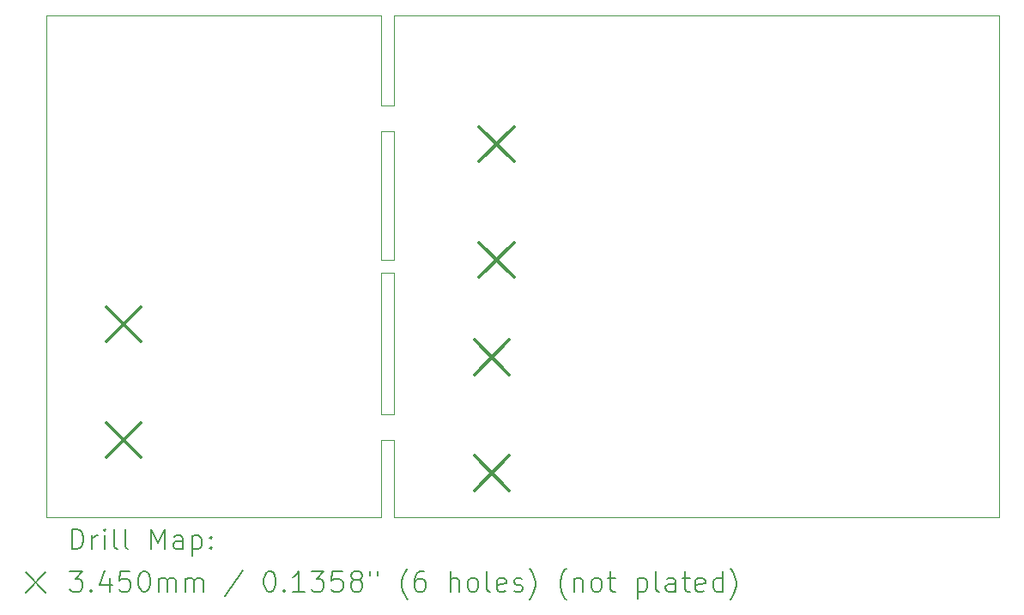
<source format=gbr>
%TF.GenerationSoftware,KiCad,Pcbnew,(6.0.8-1)-1*%
%TF.CreationDate,2023-05-11T15:02:47-07:00*%
%TF.ProjectId,rainus2.0,7261696e-7573-4322-9e30-2e6b69636164,rev?*%
%TF.SameCoordinates,Original*%
%TF.FileFunction,Drillmap*%
%TF.FilePolarity,Positive*%
%FSLAX45Y45*%
G04 Gerber Fmt 4.5, Leading zero omitted, Abs format (unit mm)*
G04 Created by KiCad (PCBNEW (6.0.8-1)-1) date 2023-05-11 15:02:47*
%MOMM*%
%LPD*%
G01*
G04 APERTURE LIST*
%ADD10C,0.100000*%
%ADD11C,0.200000*%
%ADD12C,0.345000*%
G04 APERTURE END LIST*
D10*
X12319000Y-7112000D02*
X12446000Y-7112000D01*
X12446000Y-6223000D01*
X18415000Y-6223000D01*
X18415000Y-11176000D01*
X12446000Y-11176000D01*
X12446000Y-10414000D01*
X12319000Y-10414000D01*
X12319000Y-11176000D01*
X9017000Y-11176000D01*
X9017000Y-6223000D01*
X12319000Y-6223000D01*
X12319000Y-7112000D01*
X12319000Y-8763000D02*
X12446000Y-8763000D01*
X12446000Y-8763000D02*
X12446000Y-10160000D01*
X12446000Y-10160000D02*
X12319000Y-10160000D01*
X12319000Y-10160000D02*
X12319000Y-8763000D01*
X12319000Y-7366000D02*
X12446000Y-7366000D01*
X12446000Y-7366000D02*
X12446000Y-8636000D01*
X12446000Y-8636000D02*
X12319000Y-8636000D01*
X12319000Y-8636000D02*
X12319000Y-7366000D01*
D11*
D12*
X9607375Y-9098500D02*
X9952375Y-9443500D01*
X9952375Y-9098500D02*
X9607375Y-9443500D01*
X9607375Y-10241500D02*
X9952375Y-10586500D01*
X9952375Y-10241500D02*
X9607375Y-10586500D01*
X13239500Y-9427750D02*
X13584500Y-9772750D01*
X13584500Y-9427750D02*
X13239500Y-9772750D01*
X13239500Y-10570750D02*
X13584500Y-10915750D01*
X13584500Y-10570750D02*
X13239500Y-10915750D01*
X13289500Y-7320500D02*
X13634500Y-7665500D01*
X13634500Y-7320500D02*
X13289500Y-7665500D01*
X13289500Y-8463500D02*
X13634500Y-8808500D01*
X13634500Y-8463500D02*
X13289500Y-8808500D01*
D11*
X9269619Y-11491476D02*
X9269619Y-11291476D01*
X9317238Y-11291476D01*
X9345810Y-11301000D01*
X9364857Y-11320048D01*
X9374381Y-11339095D01*
X9383905Y-11377190D01*
X9383905Y-11405762D01*
X9374381Y-11443857D01*
X9364857Y-11462905D01*
X9345810Y-11481952D01*
X9317238Y-11491476D01*
X9269619Y-11491476D01*
X9469619Y-11491476D02*
X9469619Y-11358143D01*
X9469619Y-11396238D02*
X9479143Y-11377190D01*
X9488667Y-11367667D01*
X9507714Y-11358143D01*
X9526762Y-11358143D01*
X9593429Y-11491476D02*
X9593429Y-11358143D01*
X9593429Y-11291476D02*
X9583905Y-11301000D01*
X9593429Y-11310524D01*
X9602952Y-11301000D01*
X9593429Y-11291476D01*
X9593429Y-11310524D01*
X9717238Y-11491476D02*
X9698190Y-11481952D01*
X9688667Y-11462905D01*
X9688667Y-11291476D01*
X9822000Y-11491476D02*
X9802952Y-11481952D01*
X9793429Y-11462905D01*
X9793429Y-11291476D01*
X10050571Y-11491476D02*
X10050571Y-11291476D01*
X10117238Y-11434333D01*
X10183905Y-11291476D01*
X10183905Y-11491476D01*
X10364857Y-11491476D02*
X10364857Y-11386714D01*
X10355333Y-11367667D01*
X10336286Y-11358143D01*
X10298190Y-11358143D01*
X10279143Y-11367667D01*
X10364857Y-11481952D02*
X10345810Y-11491476D01*
X10298190Y-11491476D01*
X10279143Y-11481952D01*
X10269619Y-11462905D01*
X10269619Y-11443857D01*
X10279143Y-11424809D01*
X10298190Y-11415286D01*
X10345810Y-11415286D01*
X10364857Y-11405762D01*
X10460095Y-11358143D02*
X10460095Y-11558143D01*
X10460095Y-11367667D02*
X10479143Y-11358143D01*
X10517238Y-11358143D01*
X10536286Y-11367667D01*
X10545810Y-11377190D01*
X10555333Y-11396238D01*
X10555333Y-11453381D01*
X10545810Y-11472428D01*
X10536286Y-11481952D01*
X10517238Y-11491476D01*
X10479143Y-11491476D01*
X10460095Y-11481952D01*
X10641048Y-11472428D02*
X10650571Y-11481952D01*
X10641048Y-11491476D01*
X10631524Y-11481952D01*
X10641048Y-11472428D01*
X10641048Y-11491476D01*
X10641048Y-11367667D02*
X10650571Y-11377190D01*
X10641048Y-11386714D01*
X10631524Y-11377190D01*
X10641048Y-11367667D01*
X10641048Y-11386714D01*
X8812000Y-11721000D02*
X9012000Y-11921000D01*
X9012000Y-11721000D02*
X8812000Y-11921000D01*
X9250571Y-11711476D02*
X9374381Y-11711476D01*
X9307714Y-11787667D01*
X9336286Y-11787667D01*
X9355333Y-11797190D01*
X9364857Y-11806714D01*
X9374381Y-11825762D01*
X9374381Y-11873381D01*
X9364857Y-11892428D01*
X9355333Y-11901952D01*
X9336286Y-11911476D01*
X9279143Y-11911476D01*
X9260095Y-11901952D01*
X9250571Y-11892428D01*
X9460095Y-11892428D02*
X9469619Y-11901952D01*
X9460095Y-11911476D01*
X9450571Y-11901952D01*
X9460095Y-11892428D01*
X9460095Y-11911476D01*
X9641048Y-11778143D02*
X9641048Y-11911476D01*
X9593429Y-11701952D02*
X9545810Y-11844809D01*
X9669619Y-11844809D01*
X9841048Y-11711476D02*
X9745810Y-11711476D01*
X9736286Y-11806714D01*
X9745810Y-11797190D01*
X9764857Y-11787667D01*
X9812476Y-11787667D01*
X9831524Y-11797190D01*
X9841048Y-11806714D01*
X9850571Y-11825762D01*
X9850571Y-11873381D01*
X9841048Y-11892428D01*
X9831524Y-11901952D01*
X9812476Y-11911476D01*
X9764857Y-11911476D01*
X9745810Y-11901952D01*
X9736286Y-11892428D01*
X9974381Y-11711476D02*
X9993429Y-11711476D01*
X10012476Y-11721000D01*
X10022000Y-11730524D01*
X10031524Y-11749571D01*
X10041048Y-11787667D01*
X10041048Y-11835286D01*
X10031524Y-11873381D01*
X10022000Y-11892428D01*
X10012476Y-11901952D01*
X9993429Y-11911476D01*
X9974381Y-11911476D01*
X9955333Y-11901952D01*
X9945810Y-11892428D01*
X9936286Y-11873381D01*
X9926762Y-11835286D01*
X9926762Y-11787667D01*
X9936286Y-11749571D01*
X9945810Y-11730524D01*
X9955333Y-11721000D01*
X9974381Y-11711476D01*
X10126762Y-11911476D02*
X10126762Y-11778143D01*
X10126762Y-11797190D02*
X10136286Y-11787667D01*
X10155333Y-11778143D01*
X10183905Y-11778143D01*
X10202952Y-11787667D01*
X10212476Y-11806714D01*
X10212476Y-11911476D01*
X10212476Y-11806714D02*
X10222000Y-11787667D01*
X10241048Y-11778143D01*
X10269619Y-11778143D01*
X10288667Y-11787667D01*
X10298190Y-11806714D01*
X10298190Y-11911476D01*
X10393429Y-11911476D02*
X10393429Y-11778143D01*
X10393429Y-11797190D02*
X10402952Y-11787667D01*
X10422000Y-11778143D01*
X10450571Y-11778143D01*
X10469619Y-11787667D01*
X10479143Y-11806714D01*
X10479143Y-11911476D01*
X10479143Y-11806714D02*
X10488667Y-11787667D01*
X10507714Y-11778143D01*
X10536286Y-11778143D01*
X10555333Y-11787667D01*
X10564857Y-11806714D01*
X10564857Y-11911476D01*
X10955333Y-11701952D02*
X10783905Y-11959095D01*
X11212476Y-11711476D02*
X11231524Y-11711476D01*
X11250571Y-11721000D01*
X11260095Y-11730524D01*
X11269619Y-11749571D01*
X11279143Y-11787667D01*
X11279143Y-11835286D01*
X11269619Y-11873381D01*
X11260095Y-11892428D01*
X11250571Y-11901952D01*
X11231524Y-11911476D01*
X11212476Y-11911476D01*
X11193428Y-11901952D01*
X11183905Y-11892428D01*
X11174381Y-11873381D01*
X11164857Y-11835286D01*
X11164857Y-11787667D01*
X11174381Y-11749571D01*
X11183905Y-11730524D01*
X11193428Y-11721000D01*
X11212476Y-11711476D01*
X11364857Y-11892428D02*
X11374381Y-11901952D01*
X11364857Y-11911476D01*
X11355333Y-11901952D01*
X11364857Y-11892428D01*
X11364857Y-11911476D01*
X11564857Y-11911476D02*
X11450571Y-11911476D01*
X11507714Y-11911476D02*
X11507714Y-11711476D01*
X11488667Y-11740048D01*
X11469619Y-11759095D01*
X11450571Y-11768619D01*
X11631524Y-11711476D02*
X11755333Y-11711476D01*
X11688667Y-11787667D01*
X11717238Y-11787667D01*
X11736286Y-11797190D01*
X11745809Y-11806714D01*
X11755333Y-11825762D01*
X11755333Y-11873381D01*
X11745809Y-11892428D01*
X11736286Y-11901952D01*
X11717238Y-11911476D01*
X11660095Y-11911476D01*
X11641048Y-11901952D01*
X11631524Y-11892428D01*
X11936286Y-11711476D02*
X11841048Y-11711476D01*
X11831524Y-11806714D01*
X11841048Y-11797190D01*
X11860095Y-11787667D01*
X11907714Y-11787667D01*
X11926762Y-11797190D01*
X11936286Y-11806714D01*
X11945809Y-11825762D01*
X11945809Y-11873381D01*
X11936286Y-11892428D01*
X11926762Y-11901952D01*
X11907714Y-11911476D01*
X11860095Y-11911476D01*
X11841048Y-11901952D01*
X11831524Y-11892428D01*
X12060095Y-11797190D02*
X12041048Y-11787667D01*
X12031524Y-11778143D01*
X12022000Y-11759095D01*
X12022000Y-11749571D01*
X12031524Y-11730524D01*
X12041048Y-11721000D01*
X12060095Y-11711476D01*
X12098190Y-11711476D01*
X12117238Y-11721000D01*
X12126762Y-11730524D01*
X12136286Y-11749571D01*
X12136286Y-11759095D01*
X12126762Y-11778143D01*
X12117238Y-11787667D01*
X12098190Y-11797190D01*
X12060095Y-11797190D01*
X12041048Y-11806714D01*
X12031524Y-11816238D01*
X12022000Y-11835286D01*
X12022000Y-11873381D01*
X12031524Y-11892428D01*
X12041048Y-11901952D01*
X12060095Y-11911476D01*
X12098190Y-11911476D01*
X12117238Y-11901952D01*
X12126762Y-11892428D01*
X12136286Y-11873381D01*
X12136286Y-11835286D01*
X12126762Y-11816238D01*
X12117238Y-11806714D01*
X12098190Y-11797190D01*
X12212476Y-11711476D02*
X12212476Y-11749571D01*
X12288667Y-11711476D02*
X12288667Y-11749571D01*
X12583905Y-11987667D02*
X12574381Y-11978143D01*
X12555333Y-11949571D01*
X12545809Y-11930524D01*
X12536286Y-11901952D01*
X12526762Y-11854333D01*
X12526762Y-11816238D01*
X12536286Y-11768619D01*
X12545809Y-11740048D01*
X12555333Y-11721000D01*
X12574381Y-11692428D01*
X12583905Y-11682905D01*
X12745809Y-11711476D02*
X12707714Y-11711476D01*
X12688667Y-11721000D01*
X12679143Y-11730524D01*
X12660095Y-11759095D01*
X12650571Y-11797190D01*
X12650571Y-11873381D01*
X12660095Y-11892428D01*
X12669619Y-11901952D01*
X12688667Y-11911476D01*
X12726762Y-11911476D01*
X12745809Y-11901952D01*
X12755333Y-11892428D01*
X12764857Y-11873381D01*
X12764857Y-11825762D01*
X12755333Y-11806714D01*
X12745809Y-11797190D01*
X12726762Y-11787667D01*
X12688667Y-11787667D01*
X12669619Y-11797190D01*
X12660095Y-11806714D01*
X12650571Y-11825762D01*
X13002952Y-11911476D02*
X13002952Y-11711476D01*
X13088667Y-11911476D02*
X13088667Y-11806714D01*
X13079143Y-11787667D01*
X13060095Y-11778143D01*
X13031524Y-11778143D01*
X13012476Y-11787667D01*
X13002952Y-11797190D01*
X13212476Y-11911476D02*
X13193428Y-11901952D01*
X13183905Y-11892428D01*
X13174381Y-11873381D01*
X13174381Y-11816238D01*
X13183905Y-11797190D01*
X13193428Y-11787667D01*
X13212476Y-11778143D01*
X13241048Y-11778143D01*
X13260095Y-11787667D01*
X13269619Y-11797190D01*
X13279143Y-11816238D01*
X13279143Y-11873381D01*
X13269619Y-11892428D01*
X13260095Y-11901952D01*
X13241048Y-11911476D01*
X13212476Y-11911476D01*
X13393428Y-11911476D02*
X13374381Y-11901952D01*
X13364857Y-11882905D01*
X13364857Y-11711476D01*
X13545809Y-11901952D02*
X13526762Y-11911476D01*
X13488667Y-11911476D01*
X13469619Y-11901952D01*
X13460095Y-11882905D01*
X13460095Y-11806714D01*
X13469619Y-11787667D01*
X13488667Y-11778143D01*
X13526762Y-11778143D01*
X13545809Y-11787667D01*
X13555333Y-11806714D01*
X13555333Y-11825762D01*
X13460095Y-11844809D01*
X13631524Y-11901952D02*
X13650571Y-11911476D01*
X13688667Y-11911476D01*
X13707714Y-11901952D01*
X13717238Y-11882905D01*
X13717238Y-11873381D01*
X13707714Y-11854333D01*
X13688667Y-11844809D01*
X13660095Y-11844809D01*
X13641048Y-11835286D01*
X13631524Y-11816238D01*
X13631524Y-11806714D01*
X13641048Y-11787667D01*
X13660095Y-11778143D01*
X13688667Y-11778143D01*
X13707714Y-11787667D01*
X13783905Y-11987667D02*
X13793428Y-11978143D01*
X13812476Y-11949571D01*
X13822000Y-11930524D01*
X13831524Y-11901952D01*
X13841048Y-11854333D01*
X13841048Y-11816238D01*
X13831524Y-11768619D01*
X13822000Y-11740048D01*
X13812476Y-11721000D01*
X13793428Y-11692428D01*
X13783905Y-11682905D01*
X14145809Y-11987667D02*
X14136286Y-11978143D01*
X14117238Y-11949571D01*
X14107714Y-11930524D01*
X14098190Y-11901952D01*
X14088667Y-11854333D01*
X14088667Y-11816238D01*
X14098190Y-11768619D01*
X14107714Y-11740048D01*
X14117238Y-11721000D01*
X14136286Y-11692428D01*
X14145809Y-11682905D01*
X14222000Y-11778143D02*
X14222000Y-11911476D01*
X14222000Y-11797190D02*
X14231524Y-11787667D01*
X14250571Y-11778143D01*
X14279143Y-11778143D01*
X14298190Y-11787667D01*
X14307714Y-11806714D01*
X14307714Y-11911476D01*
X14431524Y-11911476D02*
X14412476Y-11901952D01*
X14402952Y-11892428D01*
X14393428Y-11873381D01*
X14393428Y-11816238D01*
X14402952Y-11797190D01*
X14412476Y-11787667D01*
X14431524Y-11778143D01*
X14460095Y-11778143D01*
X14479143Y-11787667D01*
X14488667Y-11797190D01*
X14498190Y-11816238D01*
X14498190Y-11873381D01*
X14488667Y-11892428D01*
X14479143Y-11901952D01*
X14460095Y-11911476D01*
X14431524Y-11911476D01*
X14555333Y-11778143D02*
X14631524Y-11778143D01*
X14583905Y-11711476D02*
X14583905Y-11882905D01*
X14593428Y-11901952D01*
X14612476Y-11911476D01*
X14631524Y-11911476D01*
X14850571Y-11778143D02*
X14850571Y-11978143D01*
X14850571Y-11787667D02*
X14869619Y-11778143D01*
X14907714Y-11778143D01*
X14926762Y-11787667D01*
X14936286Y-11797190D01*
X14945809Y-11816238D01*
X14945809Y-11873381D01*
X14936286Y-11892428D01*
X14926762Y-11901952D01*
X14907714Y-11911476D01*
X14869619Y-11911476D01*
X14850571Y-11901952D01*
X15060095Y-11911476D02*
X15041048Y-11901952D01*
X15031524Y-11882905D01*
X15031524Y-11711476D01*
X15222000Y-11911476D02*
X15222000Y-11806714D01*
X15212476Y-11787667D01*
X15193428Y-11778143D01*
X15155333Y-11778143D01*
X15136286Y-11787667D01*
X15222000Y-11901952D02*
X15202952Y-11911476D01*
X15155333Y-11911476D01*
X15136286Y-11901952D01*
X15126762Y-11882905D01*
X15126762Y-11863857D01*
X15136286Y-11844809D01*
X15155333Y-11835286D01*
X15202952Y-11835286D01*
X15222000Y-11825762D01*
X15288667Y-11778143D02*
X15364857Y-11778143D01*
X15317238Y-11711476D02*
X15317238Y-11882905D01*
X15326762Y-11901952D01*
X15345809Y-11911476D01*
X15364857Y-11911476D01*
X15507714Y-11901952D02*
X15488667Y-11911476D01*
X15450571Y-11911476D01*
X15431524Y-11901952D01*
X15422000Y-11882905D01*
X15422000Y-11806714D01*
X15431524Y-11787667D01*
X15450571Y-11778143D01*
X15488667Y-11778143D01*
X15507714Y-11787667D01*
X15517238Y-11806714D01*
X15517238Y-11825762D01*
X15422000Y-11844809D01*
X15688667Y-11911476D02*
X15688667Y-11711476D01*
X15688667Y-11901952D02*
X15669619Y-11911476D01*
X15631524Y-11911476D01*
X15612476Y-11901952D01*
X15602952Y-11892428D01*
X15593428Y-11873381D01*
X15593428Y-11816238D01*
X15602952Y-11797190D01*
X15612476Y-11787667D01*
X15631524Y-11778143D01*
X15669619Y-11778143D01*
X15688667Y-11787667D01*
X15764857Y-11987667D02*
X15774381Y-11978143D01*
X15793428Y-11949571D01*
X15802952Y-11930524D01*
X15812476Y-11901952D01*
X15822000Y-11854333D01*
X15822000Y-11816238D01*
X15812476Y-11768619D01*
X15802952Y-11740048D01*
X15793428Y-11721000D01*
X15774381Y-11692428D01*
X15764857Y-11682905D01*
M02*

</source>
